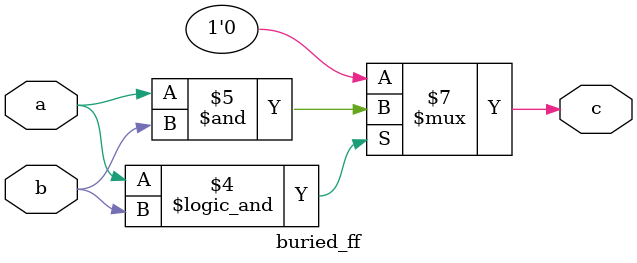
<source format=v>
`timescale 1ns / 1ps


module buried_ff(
c,
b,
a
    );
    output c;
    input a, b;
    reg c;
    always @(a or b)
        begin
            if ((a==1)&&(b==1)) c = a & b;
            else c = 0;
        end
endmodule

</source>
